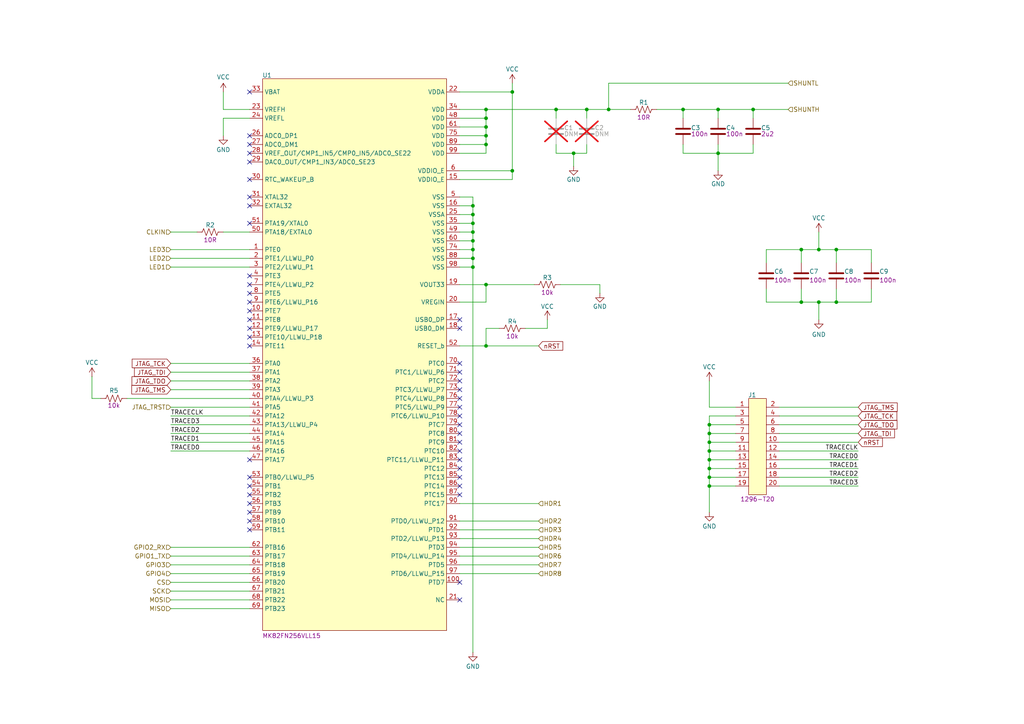
<source format=kicad_sch>
(kicad_sch (version 20231120) (generator "eeschema") (generator_version "8.0")
  (paper "A4")
  (lib_symbols
    (symbol "0603_Yageo_Res:RES_10R_0603" (pin_numbers hide)
      (property "Reference" "R" (at -20.32 5.08 0))
      (property "Display Value" "10R" (at 15.24 5.08 0))
      (symbol "RES_10R_0603_0_1"
        (polyline (pts (xy -2.286 0) (xy -2.54 0)))
        (polyline (pts (xy 2.286 0) (xy 2.54 0)))
        (polyline (pts (xy -2.286 0) (xy -1.905 1.016) (xy -1.524 0) (xy -1.143 -1.016) (xy -0.762 0)))
        (polyline (pts (xy -0.762 0) (xy -0.381 1.016) (xy 0 0) (xy 0.381 -1.016) (xy 0.762 0)))
        (polyline (pts (xy 0.762 0) (xy 1.143 1.016) (xy 1.524 0) (xy 1.905 -1.016) (xy 2.286 0)))
      )
      (symbol "RES_10R_0603_1_1"
        (pin passive line (at -3.81 0 0) (length 1.27) (name "~") (number "1"))
        (pin passive line (at 3.81 0 180) (length 1.27) (name "~") (number "2"))
      )
    )
    (symbol "0603_Yageo_Res:RES_10k_0603" (pin_numbers hide)
      (property "Reference" "R" (at -20.32 5.08 0))
      (property "Display Value" "10k" (at 15.24 5.08 0))
      (symbol "RES_10k_0603_0_1"
        (polyline (pts (xy -2.286 0) (xy -2.54 0)))
        (polyline (pts (xy 2.286 0) (xy 2.54 0)))
        (polyline (pts (xy -2.286 0) (xy -1.905 1.016) (xy -1.524 0) (xy -1.143 -1.016) (xy -0.762 0)))
        (polyline (pts (xy -0.762 0) (xy -0.381 1.016) (xy 0 0) (xy 0.381 -1.016) (xy 0.762 0)))
        (polyline (pts (xy 0.762 0) (xy 1.143 1.016) (xy 1.524 0) (xy 1.905 -1.016) (xy 2.286 0)))
      )
      (symbol "RES_10k_0603_1_1"
        (pin passive line (at -3.81 0 0) (length 1.27) (name "~") (number "1"))
        (pin passive line (at 3.81 0 180) (length 1.27) (name "~") (number "2"))
      )
    )
    (symbol "NAE_Connectors:VERT_HDR_2x10_1.27mm"
      (property "Reference" "J" (at -2.54 3.81 0))
      (property "Display Value" "1296-T20" (at 0 -26.67 0))
      (symbol "VERT_HDR_2x10_1.27mm_1_1"
        (rectangle (start -2.54 2.54) (end 2.54 -25.4) (fill (type background)))
        (pin unspecified line (at -6.35 0 0) (length 3.81) (name "") (number "1"))
        (pin unspecified line (at 6.35 -10.16 180) (length 3.81) (name "") (number "10"))
        (pin unspecified line (at -6.35 -12.7 0) (length 3.81) (name "") (number "11"))
        (pin unspecified line (at 6.35 -12.7 180) (length 3.81) (name "") (number "12"))
        (pin unspecified line (at -6.35 -15.24 0) (length 3.81) (name "") (number "13"))
        (pin unspecified line (at 6.35 -15.24 180) (length 3.81) (name "") (number "14"))
        (pin unspecified line (at -6.35 -17.78 0) (length 3.81) (name "") (number "15"))
        (pin unspecified line (at 6.35 -17.78 180) (length 3.81) (name "") (number "16"))
        (pin unspecified line (at -6.35 -20.32 0) (length 3.81) (name "") (number "17"))
        (pin unspecified line (at 6.35 -20.32 180) (length 3.81) (name "") (number "18"))
        (pin unspecified line (at -6.35 -22.86 0) (length 3.81) (name "") (number "19"))
        (pin unspecified line (at 6.35 0 180) (length 3.81) (name "") (number "2"))
        (pin unspecified line (at 6.35 -22.86 180) (length 3.81) (name "") (number "20"))
        (pin unspecified line (at -6.35 -2.54 0) (length 3.81) (name "") (number "3"))
        (pin unspecified line (at 6.35 -2.54 180) (length 3.81) (name "") (number "4"))
        (pin unspecified line (at -6.35 -5.08 0) (length 3.81) (name "") (number "5"))
        (pin unspecified line (at 6.35 -5.08 180) (length 3.81) (name "") (number "6"))
        (pin unspecified line (at -6.35 -7.62 0) (length 3.81) (name "") (number "7"))
        (pin unspecified line (at 6.35 -7.62 180) (length 3.81) (name "") (number "8"))
        (pin unspecified line (at -6.35 -10.16 0) (length 3.81) (name "") (number "9"))
      )
    )
    (symbol "NAE_Integrated_Circuits:MK82FN256VLL15"
      (property "Reference" "U" (at -25.4 5.08 0))
      (property "Display Value" "MK82FN256VLL15" (at -17.78 -158.75 0))
      (symbol "MK82FN256VLL15_1_1"
        (rectangle (start -26.67 3.81) (end 26.67 -156.21) (fill (type background)))
        (pin unspecified line (at -30.48 -45.72 0) (length 3.81) (name "PTE0") (number "1"))
        (pin unspecified line (at -30.48 -63.5 0) (length 3.81) (name "PTE7") (number "10"))
        (pin unspecified line (at 30.48 -142.24 180) (length 3.81) (name "PTD7") (number "100"))
        (pin unspecified line (at -30.48 -66.04 0) (length 3.81) (name "PTE8") (number "11"))
        (pin unspecified line (at -30.48 -68.58 0) (length 3.81) (name "PTE9/LLWU_P17") (number "12"))
        (pin unspecified line (at -30.48 -71.12 0) (length 3.81) (name "PTE10/LLWU_P18") (number "13"))
        (pin unspecified line (at -30.48 -73.66 0) (length 3.81) (name "PTE11") (number "14"))
        (pin unspecified line (at 30.48 -25.4 180) (length 3.81) (name "VDDIO_E") (number "15"))
        (pin unspecified line (at 30.48 -33.02 180) (length 3.81) (name "VSS") (number "16"))
        (pin unspecified line (at 30.48 -66.04 180) (length 3.81) (name "USB0_DP") (number "17"))
        (pin unspecified line (at 30.48 -68.58 180) (length 3.81) (name "USB0_DM") (number "18"))
        (pin unspecified line (at 30.48 -55.88 180) (length 3.81) (name "VOUT33") (number "19"))
        (pin unspecified line (at -30.48 -48.26 0) (length 3.81) (name "PTE1/LLWU_P0") (number "2"))
        (pin unspecified line (at 30.48 -60.96 180) (length 3.81) (name "VREGIN") (number "20"))
        (pin unspecified line (at 30.48 -147.32 180) (length 3.81) (name "NC") (number "21"))
        (pin unspecified line (at 30.48 0 180) (length 3.81) (name "VDDA") (number "22"))
        (pin unspecified line (at -30.48 -5.08 0) (length 3.81) (name "VREFH") (number "23"))
        (pin unspecified line (at -30.48 -7.62 0) (length 3.81) (name "VREFL") (number "24"))
        (pin unspecified line (at 30.48 -35.56 180) (length 3.81) (name "VSSA") (number "25"))
        (pin unspecified line (at -30.48 -12.7 0) (length 3.81) (name "ADC0_DP1") (number "26"))
        (pin unspecified line (at -30.48 -15.24 0) (length 3.81) (name "ADC0_DM1") (number "27"))
        (pin unspecified line (at -30.48 -17.78 0) (length 3.81) (name "VREF_OUT/CMP1_IN5/CMP0_IN5/ADC0_SE22") (number "28"))
        (pin unspecified line (at -30.48 -20.32 0) (length 3.81) (name "DAC0_OUT/CMP1_IN3/ADC0_SE23") (number "29"))
        (pin unspecified line (at -30.48 -50.8 0) (length 3.81) (name "PTE2/LLWU_P1") (number "3"))
        (pin unspecified line (at -30.48 -25.4 0) (length 3.81) (name "RTC_WAKEUP_B") (number "30"))
        (pin unspecified line (at -30.48 -30.48 0) (length 3.81) (name "XTAL32") (number "31"))
        (pin unspecified line (at -30.48 -33.02 0) (length 3.81) (name "EXTAL32") (number "32"))
        (pin unspecified line (at -30.48 0 0) (length 3.81) (name "VBAT") (number "33"))
        (pin unspecified line (at 30.48 -5.08 180) (length 3.81) (name "VDD") (number "34"))
        (pin unspecified line (at 30.48 -38.1 180) (length 3.81) (name "VSS") (number "35"))
        (pin unspecified line (at -30.48 -78.74 0) (length 3.81) (name "PTA0") (number "36"))
        (pin unspecified line (at -30.48 -81.28 0) (length 3.81) (name "PTA1") (number "37"))
        (pin unspecified line (at -30.48 -83.82 0) (length 3.81) (name "PTA2") (number "38"))
        (pin unspecified line (at -30.48 -86.36 0) (length 3.81) (name "PTA3") (number "39"))
        (pin unspecified line (at -30.48 -53.34 0) (length 3.81) (name "PTE3") (number "4"))
        (pin unspecified line (at -30.48 -88.9 0) (length 3.81) (name "PTA4/LLWU_P3") (number "40"))
        (pin unspecified line (at -30.48 -91.44 0) (length 3.81) (name "PTA5") (number "41"))
        (pin unspecified line (at -30.48 -93.98 0) (length 3.81) (name "PTA12") (number "42"))
        (pin unspecified line (at -30.48 -96.52 0) (length 3.81) (name "PTA13/LLWU_P4") (number "43"))
        (pin unspecified line (at -30.48 -99.06 0) (length 3.81) (name "PTA14") (number "44"))
        (pin unspecified line (at -30.48 -101.6 0) (length 3.81) (name "PTA15") (number "45"))
        (pin unspecified line (at -30.48 -104.14 0) (length 3.81) (name "PTA16") (number "46"))
        (pin unspecified line (at -30.48 -106.68 0) (length 3.81) (name "PTA17") (number "47"))
        (pin unspecified line (at 30.48 -7.62 180) (length 3.81) (name "VDD") (number "48"))
        (pin unspecified line (at 30.48 -40.64 180) (length 3.81) (name "VSS") (number "49"))
        (pin unspecified line (at 30.48 -30.48 180) (length 3.81) (name "VSS") (number "5"))
        (pin unspecified line (at -30.48 -40.64 0) (length 3.81) (name "PTA18/EXTAL0") (number "50"))
        (pin unspecified line (at -30.48 -38.1 0) (length 3.81) (name "PTA19/XTAL0") (number "51"))
        (pin unspecified line (at 30.48 -73.66 180) (length 3.81) (name "RESET_b") (number "52"))
        (pin unspecified line (at -30.48 -111.76 0) (length 3.81) (name "PTB0/LLWU_P5") (number "53"))
        (pin unspecified line (at -30.48 -114.3 0) (length 3.81) (name "PTB1") (number "54"))
        (pin unspecified line (at -30.48 -116.84 0) (length 3.81) (name "PTB2") (number "55"))
        (pin unspecified line (at -30.48 -119.38 0) (length 3.81) (name "PTB3") (number "56"))
        (pin unspecified line (at -30.48 -121.92 0) (length 3.81) (name "PTB9") (number "57"))
        (pin unspecified line (at -30.48 -124.46 0) (length 3.81) (name "PTB10") (number "58"))
        (pin unspecified line (at -30.48 -127 0) (length 3.81) (name "PTB11") (number "59"))
        (pin unspecified line (at 30.48 -22.86 180) (length 3.81) (name "VDDIO_E") (number "6"))
        (pin unspecified line (at 30.48 -43.18 180) (length 3.81) (name "VSS") (number "60"))
        (pin unspecified line (at 30.48 -10.16 180) (length 3.81) (name "VDD") (number "61"))
        (pin unspecified line (at -30.48 -132.08 0) (length 3.81) (name "PTB16") (number "62"))
        (pin unspecified line (at -30.48 -134.62 0) (length 3.81) (name "PTB17") (number "63"))
        (pin unspecified line (at -30.48 -137.16 0) (length 3.81) (name "PTB18") (number "64"))
        (pin unspecified line (at -30.48 -139.7 0) (length 3.81) (name "PTB19") (number "65"))
        (pin unspecified line (at -30.48 -142.24 0) (length 3.81) (name "PTB20") (number "66"))
        (pin unspecified line (at -30.48 -144.78 0) (length 3.81) (name "PTB21") (number "67"))
        (pin unspecified line (at -30.48 -147.32 0) (length 3.81) (name "PTB22") (number "68"))
        (pin unspecified line (at -30.48 -149.86 0) (length 3.81) (name "PTB23") (number "69"))
        (pin unspecified line (at -30.48 -55.88 0) (length 3.81) (name "PTE4/LLWU_P2") (number "7"))
        (pin unspecified line (at 30.48 -78.74 180) (length 3.81) (name "PTC0") (number "70"))
        (pin unspecified line (at 30.48 -81.28 180) (length 3.81) (name "PTC1/LLWU_P6") (number "71"))
        (pin unspecified line (at 30.48 -83.82 180) (length 3.81) (name "PTC2") (number "72"))
        (pin unspecified line (at 30.48 -86.36 180) (length 3.81) (name "PTC3/LLWU_P7") (number "73"))
        (pin unspecified line (at 30.48 -45.72 180) (length 3.81) (name "VSS") (number "74"))
        (pin unspecified line (at 30.48 -12.7 180) (length 3.81) (name "VDD") (number "75"))
        (pin unspecified line (at 30.48 -88.9 180) (length 3.81) (name "PTC4/LLWU_P8") (number "76"))
        (pin unspecified line (at 30.48 -91.44 180) (length 3.81) (name "PTC5/LLWU_P9") (number "77"))
        (pin unspecified line (at 30.48 -93.98 180) (length 3.81) (name "PTC6/LLWU_P10") (number "78"))
        (pin unspecified line (at 30.48 -96.52 180) (length 3.81) (name "PTC7") (number "79"))
        (pin unspecified line (at -30.48 -58.42 0) (length 3.81) (name "PTE5") (number "8"))
        (pin unspecified line (at 30.48 -99.06 180) (length 3.81) (name "PTC8") (number "80"))
        (pin unspecified line (at 30.48 -101.6 180) (length 3.81) (name "PTC9") (number "81"))
        (pin unspecified line (at 30.48 -104.14 180) (length 3.81) (name "PTC10") (number "82"))
        (pin unspecified line (at 30.48 -106.68 180) (length 3.81) (name "PTC11/LLWU_P11") (number "83"))
        (pin unspecified line (at 30.48 -109.22 180) (length 3.81) (name "PTC12") (number "84"))
        (pin unspecified line (at 30.48 -111.76 180) (length 3.81) (name "PTC13") (number "85"))
        (pin unspecified line (at 30.48 -114.3 180) (length 3.81) (name "PTC14") (number "86"))
        (pin unspecified line (at 30.48 -116.84 180) (length 3.81) (name "PTC15") (number "87"))
        (pin unspecified line (at 30.48 -48.26 180) (length 3.81) (name "VSS") (number "88"))
        (pin unspecified line (at 30.48 -15.24 180) (length 3.81) (name "VDD") (number "89"))
        (pin unspecified line (at -30.48 -60.96 0) (length 3.81) (name "PTE6/LLWU_P16") (number "9"))
        (pin unspecified line (at 30.48 -119.38 180) (length 3.81) (name "PTC17") (number "90"))
        (pin unspecified line (at 30.48 -124.46 180) (length 3.81) (name "PTD0/LLWU_P12") (number "91"))
        (pin unspecified line (at 30.48 -127 180) (length 3.81) (name "PTD1") (number "92"))
        (pin unspecified line (at 30.48 -129.54 180) (length 3.81) (name "PTD2/LLWU_P13") (number "93"))
        (pin unspecified line (at 30.48 -132.08 180) (length 3.81) (name "PTD3") (number "94"))
        (pin unspecified line (at 30.48 -134.62 180) (length 3.81) (name "PTD4/LLWU_P14") (number "95"))
        (pin unspecified line (at 30.48 -137.16 180) (length 3.81) (name "PTD5") (number "96"))
        (pin unspecified line (at 30.48 -139.7 180) (length 3.81) (name "PTD6/LLWU_P15") (number "97"))
        (pin unspecified line (at 30.48 -50.8 180) (length 3.81) (name "VSS") (number "98"))
        (pin unspecified line (at 30.48 -17.78 180) (length 3.81) (name "VDD") (number "99"))
      )
    )
    (symbol "nae_caps:CAP_100n_6.3V_0603" (pin_numbers hide)
      (property "Reference" "C" (at -20.32 5.08 0))
      (property "Display Value" "100n" (at 15.24 5.08 0))
      (symbol "CAP_100n_6.3V_0603_0_1"
        (polyline (pts (xy -0.762 -2.032) (xy -0.762 2.032)) (stroke (width 0.508)))
        (polyline (pts (xy 0.762 -2.032) (xy 0.762 2.032)) (stroke (width 0.508)))
      )
      (symbol "CAP_100n_6.3V_0603_1_1"
        (pin passive line (at -3.81 0 0) (length 2.794) (name "~") (number "1"))
        (pin passive line (at 3.81 0 180) (length 2.794) (name "~") (number "2"))
      )
    )
    (symbol "nae_caps:CAP_2u2_6.3V_0603" (pin_numbers hide)
      (property "Reference" "C" (at -20.32 5.08 0))
      (property "Display Value" "2u2" (at 15.24 5.08 0))
      (symbol "CAP_2u2_6.3V_0603_0_1"
        (polyline (pts (xy -0.762 -2.032) (xy -0.762 2.032)) (stroke (width 0.508)))
        (polyline (pts (xy 0.762 -2.032) (xy 0.762 2.032)) (stroke (width 0.508)))
      )
      (symbol "CAP_2u2_6.3V_0603_1_1"
        (pin passive line (at -3.81 0 0) (length 2.794) (name "~") (number "1"))
        (pin passive line (at 3.81 0 180) (length 2.794) (name "~") (number "2"))
      )
    )
    (symbol "nae_caps:CAP_DNM_0603" (pin_numbers hide)
      (property "Reference" "C" (at -20.32 5.08 0))
      (property "Display Value" "DNM" (at 15.24 5.08 0))
      (symbol "CAP_DNM_0603_0_1"
        (polyline (pts (xy -0.762 -2.032) (xy -0.762 2.032)) (stroke (width 0.508)))
        (polyline (pts (xy 0.762 -2.032) (xy 0.762 2.032)) (stroke (width 0.508)))
      )
      (symbol "CAP_DNM_0603_1_1"
        (pin passive line (at -3.81 0 0) (length 2.794) (name "~") (number "1"))
        (pin passive line (at 3.81 0 180) (length 2.794) (name "~") (number "2"))
      )
    )
    (symbol "power:GND" (power) (pin_numbers hide) (pin_names (offset 0) hide)
      (property "Value" "GND" (at 0 -3.81 0))
      (symbol "GND_0_1"
        (polyline (pts (xy 0 0) (xy 0 -1.27) (xy 1.27 -1.27) (xy 0 -2.54) (xy -1.27 -1.27) (xy 0 -1.27)))
      )
      (symbol "GND_1_1"
        (pin power_in line (at 0 0 270) (length 0) (name "~") (number "1"))
      )
    )
    (symbol "power:VCC" (power) (pin_numbers hide) (pin_names (offset 0) hide)
      (property "Value" "VCC" (at 0 3.556 0))
      (symbol "VCC_0_1"
        (polyline (pts (xy -0.762 1.27) (xy 0 2.54)))
        (polyline (pts (xy 0 0) (xy 0 2.54)))
        (polyline (pts (xy 0 2.54) (xy 0.762 1.27)))
      )
      (symbol "VCC_1_1"
        (pin power_in line (at 0 0 90) (length 0) (name "~") (number "1"))
      )
    )
  )
  (junction (at 237.49 87.63))
  (junction (at 137.16 69.85))
  (junction (at 170.18 31.75))
  (junction (at 176.53 31.75))
  (junction (at 148.59 49.53))
  (junction (at 140.97 34.29))
  (junction (at 242.57 72.39))
  (junction (at 205.74 128.27))
  (junction (at 205.74 130.81))
  (junction (at 242.57 87.63))
  (junction (at 166.37 44.45))
  (junction (at 205.74 133.35))
  (junction (at 198.12 31.75))
  (junction (at 137.16 72.39))
  (junction (at 232.41 87.63))
  (junction (at 140.97 31.75))
  (junction (at 148.59 26.67))
  (junction (at 205.74 123.19))
  (junction (at 137.16 77.47))
  (junction (at 161.29 31.75))
  (junction (at 237.49 72.39))
  (junction (at 205.74 135.89))
  (junction (at 140.97 82.55))
  (junction (at 205.74 140.97))
  (junction (at 208.28 31.75))
  (junction (at 205.74 125.73))
  (junction (at 140.97 100.33))
  (junction (at 218.44 31.75))
  (junction (at 205.74 138.43))
  (junction (at 140.97 36.83))
  (junction (at 232.41 72.39))
  (junction (at 137.16 64.77))
  (junction (at 208.28 44.45))
  (junction (at 137.16 74.93))
  (junction (at 137.16 62.23))
  (junction (at 140.97 39.37))
  (junction (at 137.16 67.31))
  (junction (at 137.16 59.69))
  (junction (at 140.97 41.91))
  (no_connect (at 133.35 110.49))
  (no_connect (at 72.39 151.13))
  (no_connect (at 72.39 26.67))
  (no_connect (at 133.35 107.95))
  (no_connect (at 133.35 120.65))
  (no_connect (at 133.35 133.35))
  (no_connect (at 133.35 138.43))
  (no_connect (at 72.39 140.97))
  (no_connect (at 72.39 87.63))
  (no_connect (at 133.35 125.73))
  (no_connect (at 133.35 135.89))
  (no_connect (at 133.35 173.99))
  (no_connect (at 133.35 130.81))
  (no_connect (at 72.39 64.77))
  (no_connect (at 72.39 153.67))
  (no_connect (at 133.35 115.57))
  (no_connect (at 72.39 52.07))
  (no_connect (at 72.39 59.69))
  (no_connect (at 72.39 143.51))
  (no_connect (at 72.39 133.35))
  (no_connect (at 72.39 82.55))
  (no_connect (at 72.39 90.17))
  (no_connect (at 72.39 80.01))
  (no_connect (at 133.35 123.19))
  (no_connect (at 72.39 100.33))
  (no_connect (at 133.35 168.91))
  (no_connect (at 72.39 95.25))
  (no_connect (at 72.39 92.71))
  (no_connect (at 133.35 92.71))
  (no_connect (at 72.39 57.15))
  (no_connect (at 133.35 128.27))
  (no_connect (at 72.39 44.45))
  (no_connect (at 72.39 41.91))
  (no_connect (at 72.39 85.09))
  (no_connect (at 72.39 146.05))
  (no_connect (at 72.39 46.99))
  (no_connect (at 133.35 95.25))
  (no_connect (at 133.35 113.03))
  (no_connect (at 72.39 97.79))
  (no_connect (at 72.39 39.37))
  (no_connect (at 133.35 118.11))
  (no_connect (at 72.39 148.59))
  (no_connect (at 72.39 138.43))
  (no_connect (at 133.35 143.51))
  (no_connect (at 133.35 105.41))
  (no_connect (at 133.35 140.97))
  (wire (pts (xy 166.37 44.45) (xy 166.37 48.26)))
  (wire (pts (xy 49.53 161.29) (xy 72.39 161.29)))
  (wire (pts (xy 166.37 44.45) (xy 170.18 44.45)))
  (wire (pts (xy 133.35 87.63) (xy 140.97 87.63)))
  (wire (pts (xy 252.73 72.39) (xy 252.73 76.2)))
  (wire (pts (xy 133.35 156.21) (xy 156.21 156.21)))
  (wire (pts (xy 137.16 77.47) (xy 137.16 189.23)))
  (wire (pts (xy 237.49 72.39) (xy 242.57 72.39)))
  (wire (pts (xy 49.53 72.39) (xy 72.39 72.39)))
  (wire (pts (xy 205.74 120.65) (xy 205.74 123.19)))
  (wire (pts (xy 205.74 110.49) (xy 205.74 118.11)))
  (wire (pts (xy 133.35 41.91) (xy 140.97 41.91)))
  (wire (pts (xy 205.74 133.35) (xy 205.74 135.89)))
  (wire (pts (xy 133.35 72.39) (xy 137.16 72.39)))
  (wire (pts (xy 205.74 128.27) (xy 205.74 130.81)))
  (wire (pts (xy 208.28 44.45) (xy 218.44 44.45)))
  (wire (pts (xy 205.74 140.97) (xy 213.36 140.97)))
  (wire (pts (xy 36.83 115.57) (xy 72.39 115.57)))
  (wire (pts (xy 161.29 44.45) (xy 166.37 44.45)))
  (wire (pts (xy 205.74 125.73) (xy 213.36 125.73)))
  (wire (pts (xy 232.41 72.39) (xy 232.41 76.2)))
  (wire (pts (xy 161.29 31.75) (xy 170.18 31.75)))
  (wire (pts (xy 133.35 31.75) (xy 140.97 31.75)))
  (wire (pts (xy 205.74 140.97) (xy 205.74 148.59)))
  (wire (pts (xy 176.53 24.13) (xy 228.6 24.13)))
  (wire (pts (xy 49.53 168.91) (xy 72.39 168.91)))
  (wire (pts (xy 133.35 77.47) (xy 137.16 77.47)))
  (wire (pts (xy 49.53 163.83) (xy 72.39 163.83)))
  (wire (pts (xy 49.53 171.45) (xy 72.39 171.45)))
  (wire (pts (xy 72.39 31.75) (xy 64.77 31.75)))
  (wire (pts (xy 64.77 67.31) (xy 72.39 67.31)))
  (wire (pts (xy 208.28 44.45) (xy 208.28 49.53)))
  (wire (pts (xy 176.53 31.75) (xy 176.53 24.13)))
  (wire (pts (xy 49.53 128.27) (xy 72.39 128.27)))
  (wire (pts (xy 49.53 74.93) (xy 72.39 74.93)))
  (wire (pts (xy 137.16 57.15) (xy 137.16 59.69)))
  (wire (pts (xy 218.44 44.45) (xy 218.44 41.91)))
  (wire (pts (xy 205.74 125.73) (xy 205.74 128.27)))
  (wire (pts (xy 140.97 34.29) (xy 140.97 36.83)))
  (wire (pts (xy 133.35 100.33) (xy 140.97 100.33)))
  (wire (pts (xy 198.12 41.91) (xy 198.12 44.45)))
  (wire (pts (xy 237.49 87.63) (xy 237.49 92.71)))
  (wire (pts (xy 161.29 41.91) (xy 161.29 44.45)))
  (wire (pts (xy 133.35 163.83) (xy 156.21 163.83)))
  (wire (pts (xy 176.53 31.75) (xy 182.88 31.75)))
  (wire (pts (xy 237.49 87.63) (xy 242.57 87.63)))
  (wire (pts (xy 133.35 64.77) (xy 137.16 64.77)))
  (wire (pts (xy 252.73 87.63) (xy 252.73 83.82)))
  (wire (pts (xy 49.53 105.41) (xy 72.39 105.41)))
  (wire (pts (xy 226.06 128.27) (xy 248.92 128.27)))
  (wire (pts (xy 140.97 31.75) (xy 140.97 34.29)))
  (wire (pts (xy 218.44 31.75) (xy 228.6 31.75)))
  (wire (pts (xy 208.28 31.75) (xy 218.44 31.75)))
  (wire (pts (xy 213.36 118.11) (xy 205.74 118.11)))
  (wire (pts (xy 49.53 166.37) (xy 72.39 166.37)))
  (wire (pts (xy 133.35 62.23) (xy 137.16 62.23)))
  (wire (pts (xy 232.41 83.82) (xy 232.41 87.63)))
  (wire (pts (xy 208.28 44.45) (xy 208.28 41.91)))
  (wire (pts (xy 190.5 31.75) (xy 198.12 31.75)))
  (wire (pts (xy 222.25 83.82) (xy 222.25 87.63)))
  (wire (pts (xy 140.97 41.91) (xy 140.97 44.45)))
  (wire (pts (xy 133.35 39.37) (xy 140.97 39.37)))
  (wire (pts (xy 218.44 31.75) (xy 218.44 34.29)))
  (wire (pts (xy 133.35 69.85) (xy 137.16 69.85)))
  (wire (pts (xy 133.35 44.45) (xy 140.97 44.45)))
  (wire (pts (xy 222.25 72.39) (xy 232.41 72.39)))
  (wire (pts (xy 170.18 31.75) (xy 170.18 34.29)))
  (wire (pts (xy 49.53 125.73) (xy 72.39 125.73)))
  (wire (pts (xy 133.35 153.67) (xy 156.21 153.67)))
  (wire (pts (xy 226.06 138.43) (xy 248.92 138.43)))
  (wire (pts (xy 140.97 31.75) (xy 161.29 31.75)))
  (wire (pts (xy 242.57 83.82) (xy 242.57 87.63)))
  (wire (pts (xy 205.74 130.81) (xy 205.74 133.35)))
  (wire (pts (xy 49.53 113.03) (xy 72.39 113.03)))
  (wire (pts (xy 49.53 120.65) (xy 72.39 120.65)))
  (wire (pts (xy 49.53 123.19) (xy 72.39 123.19)))
  (wire (pts (xy 205.74 130.81) (xy 213.36 130.81)))
  (wire (pts (xy 133.35 59.69) (xy 137.16 59.69)))
  (wire (pts (xy 49.53 176.53) (xy 72.39 176.53)))
  (wire (pts (xy 232.41 72.39) (xy 237.49 72.39)))
  (wire (pts (xy 170.18 44.45) (xy 170.18 41.91)))
  (wire (pts (xy 205.74 135.89) (xy 213.36 135.89)))
  (wire (pts (xy 140.97 39.37) (xy 140.97 41.91)))
  (wire (pts (xy 205.74 133.35) (xy 213.36 133.35)))
  (wire (pts (xy 133.35 52.07) (xy 148.59 52.07)))
  (wire (pts (xy 133.35 151.13) (xy 156.21 151.13)))
  (wire (pts (xy 205.74 123.19) (xy 205.74 125.73)))
  (wire (pts (xy 148.59 26.67) (xy 148.59 49.53)))
  (wire (pts (xy 133.35 57.15) (xy 137.16 57.15)))
  (wire (pts (xy 161.29 31.75) (xy 161.29 34.29)))
  (wire (pts (xy 158.75 92.71) (xy 158.75 95.25)))
  (wire (pts (xy 242.57 72.39) (xy 242.57 76.2)))
  (wire (pts (xy 140.97 82.55) (xy 154.94 82.55)))
  (wire (pts (xy 49.53 130.81) (xy 72.39 130.81)))
  (wire (pts (xy 205.74 135.89) (xy 205.74 138.43)))
  (wire (pts (xy 133.35 82.55) (xy 140.97 82.55)))
  (wire (pts (xy 222.25 87.63) (xy 232.41 87.63)))
  (wire (pts (xy 64.77 26.67) (xy 64.77 31.75)))
  (wire (pts (xy 226.06 118.11) (xy 248.92 118.11)))
  (wire (pts (xy 140.97 95.25) (xy 140.97 100.33)))
  (wire (pts (xy 137.16 64.77) (xy 137.16 67.31)))
  (wire (pts (xy 49.53 110.49) (xy 72.39 110.49)))
  (wire (pts (xy 49.53 67.31) (xy 57.15 67.31)))
  (wire (pts (xy 173.99 82.55) (xy 173.99 85.09)))
  (wire (pts (xy 133.35 146.05) (xy 156.21 146.05)))
  (wire (pts (xy 148.59 24.13) (xy 148.59 26.67)))
  (wire (pts (xy 26.67 109.22) (xy 26.67 115.57)))
  (wire (pts (xy 137.16 74.93) (xy 137.16 77.47)))
  (wire (pts (xy 26.67 115.57) (xy 29.21 115.57)))
  (wire (pts (xy 226.06 135.89) (xy 248.92 135.89)))
  (wire (pts (xy 226.06 120.65) (xy 248.92 120.65)))
  (wire (pts (xy 49.53 173.99) (xy 72.39 173.99)))
  (wire (pts (xy 205.74 138.43) (xy 205.74 140.97)))
  (wire (pts (xy 49.53 118.11) (xy 72.39 118.11)))
  (wire (pts (xy 198.12 31.75) (xy 208.28 31.75)))
  (wire (pts (xy 198.12 31.75) (xy 198.12 34.29)))
  (wire (pts (xy 213.36 123.19) (xy 205.74 123.19)))
  (wire (pts (xy 140.97 100.33) (xy 156.21 100.33)))
  (wire (pts (xy 226.06 125.73) (xy 248.92 125.73)))
  (wire (pts (xy 205.74 138.43) (xy 213.36 138.43)))
  (wire (pts (xy 137.16 69.85) (xy 137.16 72.39)))
  (wire (pts (xy 242.57 72.39) (xy 252.73 72.39)))
  (wire (pts (xy 237.49 67.31) (xy 237.49 72.39)))
  (wire (pts (xy 226.06 123.19) (xy 248.92 123.19)))
  (wire (pts (xy 133.35 49.53) (xy 148.59 49.53)))
  (wire (pts (xy 205.74 128.27) (xy 213.36 128.27)))
  (wire (pts (xy 222.25 76.2) (xy 222.25 72.39)))
  (wire (pts (xy 133.35 74.93) (xy 137.16 74.93)))
  (wire (pts (xy 162.56 82.55) (xy 173.99 82.55)))
  (wire (pts (xy 133.35 166.37) (xy 156.21 166.37)))
  (wire (pts (xy 133.35 26.67) (xy 148.59 26.67)))
  (wire (pts (xy 49.53 107.95) (xy 72.39 107.95)))
  (wire (pts (xy 148.59 49.53) (xy 148.59 52.07)))
  (wire (pts (xy 242.57 87.63) (xy 252.73 87.63)))
  (wire (pts (xy 137.16 62.23) (xy 137.16 64.77)))
  (wire (pts (xy 144.78 95.25) (xy 140.97 95.25)))
  (wire (pts (xy 49.53 158.75) (xy 72.39 158.75)))
  (wire (pts (xy 152.4 95.25) (xy 158.75 95.25)))
  (wire (pts (xy 232.41 87.63) (xy 237.49 87.63)))
  (wire (pts (xy 208.28 31.75) (xy 208.28 34.29)))
  (wire (pts (xy 133.35 158.75) (xy 156.21 158.75)))
  (wire (pts (xy 170.18 31.75) (xy 176.53 31.75)))
  (wire (pts (xy 137.16 59.69) (xy 137.16 62.23)))
  (wire (pts (xy 137.16 72.39) (xy 137.16 74.93)))
  (wire (pts (xy 226.06 130.81) (xy 248.92 130.81)))
  (wire (pts (xy 133.35 36.83) (xy 140.97 36.83)))
  (wire (pts (xy 72.39 34.29) (xy 64.77 34.29)))
  (wire (pts (xy 64.77 34.29) (xy 64.77 39.37)))
  (wire (pts (xy 140.97 87.63) (xy 140.97 82.55)))
  (wire (pts (xy 137.16 67.31) (xy 137.16 69.85)))
  (wire (pts (xy 133.35 67.31) (xy 137.16 67.31)))
  (wire (pts (xy 133.35 34.29) (xy 140.97 34.29)))
  (wire (pts (xy 226.06 140.97) (xy 248.92 140.97)))
  (wire (pts (xy 49.53 77.47) (xy 72.39 77.47)))
  (wire (pts (xy 205.74 120.65) (xy 213.36 120.65)))
  (wire (pts (xy 198.12 44.45) (xy 208.28 44.45)))
  (wire (pts (xy 226.06 133.35) (xy 248.92 133.35)))
  (wire (pts (xy 133.35 161.29) (xy 156.21 161.29)))
  (wire (pts (xy 140.97 36.83) (xy 140.97 39.37)))
  (label "TRACED2" (at 248.92 138.43 180))
  (label "TRACED0" (at 248.92 133.35 180))
  (label "TRACECLK" (at 49.53 120.65 0))
  (label "TRACED1" (at 49.53 128.27 0))
  (label "TRACED3" (at 49.53 123.19 0))
  (label "TRACED0" (at 49.53 130.81 0))
  (label "TRACED3" (at 248.92 140.97 180))
  (label "TRACED1" (at 248.92 135.89 180))
  (label "TRACED2" (at 49.53 125.73 0))
  (label "TRACECLK" (at 248.92 130.81 180))
  (global_label "JTAG_TMS" (shape input) (at 248.92 118.11 0) (property "Intersheetrefs" "${INTERSHEET_REFS}" (effects (hide yes))))
  (global_label "nRST" (shape input) (at 156.21 100.33 0) (property "Intersheetrefs" "${INTERSHEET_REFS}" (effects (hide yes))))
  (global_label "JTAG_TMS" (shape input) (at 49.53 113.03 180) (property "Intersheetrefs" "${INTERSHEET_REFS}" (effects (hide yes))))
  (global_label "JTAG_TCK" (shape input) (at 248.92 120.65 0) (property "Intersheetrefs" "${INTERSHEET_REFS}" (effects (hide yes))))
  (global_label "JTAG_TDO" (shape input) (at 248.92 123.19 0) (property "Intersheetrefs" "${INTERSHEET_REFS}" (effects (hide yes))))
  (global_label "JTAG_TCK" (shape input) (at 49.53 105.41 180) (property "Intersheetrefs" "${INTERSHEET_REFS}" (effects (hide yes))))
  (global_label "nRST" (shape input) (at 248.92 128.27 0) (property "Intersheetrefs" "${INTERSHEET_REFS}" (effects (hide yes))))
  (global_label "JTAG_TDI" (shape input) (at 49.53 107.95 180) (property "Intersheetrefs" "${INTERSHEET_REFS}" (effects (hide yes))))
  (global_label "JTAG_TDI" (shape input) (at 248.92 125.73 0) (property "Intersheetrefs" "${INTERSHEET_REFS}" (effects (hide yes))))
  (global_label "JTAG_TDO" (shape input) (at 49.53 110.49 180) (property "Intersheetrefs" "${INTERSHEET_REFS}" (effects (hide yes))))
  (hierarchical_label "HDR6" (shape input) (at 156.21 161.29 0))
  (hierarchical_label "GPIO1_TX" (shape input) (at 49.53 161.29 180))
  (hierarchical_label "HDR1" (shape input) (at 156.21 146.05 0))
  (hierarchical_label "GPIO4" (shape input) (at 49.53 166.37 180))
  (hierarchical_label "CS" (shape input) (at 49.53 168.91 180))
  (hierarchical_label "HDR2" (shape input) (at 156.21 151.13 0))
  (hierarchical_label "SCK" (shape input) (at 49.53 171.45 180))
  (hierarchical_label "LED3" (shape input) (at 49.53 72.39 180))
  (hierarchical_label "HDR5" (shape input) (at 156.21 158.75 0))
  (hierarchical_label "LED1" (shape input) (at 49.53 77.47 180))
  (hierarchical_label "SHUNTH" (shape input) (at 228.6 31.75 0))
  (hierarchical_label "CLKIN" (shape input) (at 49.53 67.31 180))
  (hierarchical_label "MOSI" (shape input) (at 49.53 173.99 180))
  (hierarchical_label "JTAG_TRST" (shape input) (at 49.53 118.11 180))
  (hierarchical_label "MISO" (shape input) (at 49.53 176.53 180))
  (hierarchical_label "GPIO2_RX" (shape input) (at 49.53 158.75 180))
  (hierarchical_label "HDR8" (shape input) (at 156.21 166.37 0))
  (hierarchical_label "HDR4" (shape input) (at 156.21 156.21 0))
  (hierarchical_label "LED2" (shape input) (at 49.53 74.93 180))
  (hierarchical_label "SHUNTL" (shape input) (at 228.6 24.13 0))
  (hierarchical_label "HDR3" (shape input) (at 156.21 153.67 0))
  (hierarchical_label "GPIO3" (shape input) (at 49.53 163.83 180))
  (hierarchical_label "HDR7" (shape input) (at 156.21 163.83 0))
  (symbol (lib_id "NAE_Connectors:VERT_HDR_2x10_1.27mm") (at 219.71 118.11 0) (unit 1)
    (property "Reference" "J1" (at 218.186 114.554 0))
    (property "Value" "20_pin" (effects (hide yes)))
    (property "Footprint" "Connector_PinHeader_1.27mm:PinHeader_2x10_P1.27mm_Vertical_SMD" (effects (hide yes)))
    (property "Datasheet" "https://cdn.amphenol-cs.com/media/wysiwyg/files/documentation/datasheet/boardwiretoboard/bwb_minitek127_btb.pdf" (effects (hide yes)))
    (property "Description" "CONN HEADER SMD 20POS 1.27MM" (effects (hide yes)))
    (property "Display Value" "1296-T20" (at 219.71 144.78 0))
    (property "Manufacturer" "Amphenol ICC (FCI)" (effects (hide yes)))
    (property "Manufacturer Part Number" "20021121-00020T4LF" (effects (hide yes)))
    (property "Supplier 1" "DigiKey" (effects (hide yes)))
    (property "Supplier 1 Part Number" "20021121-00020T4LF-ND" (effects (hide yes)))
  )
  (symbol (lib_id "nae_caps:CAP_100n_6.3V_0603") (at 252.73 80.01 90) (unit 1)
    (property "Reference" "C9" (at 255.016 78.74 90) (effects (justify right)))
    (property "Value" "CAP_100n_6.3V_0603" (effects (hide yes)))
    (property "Footprint" "Capacitor_SMD:C_0603_1608Metric" (effects (hide yes)))
    (property "Datasheet" "https://www.yageo.com/upload/media/product/productsearch/datasheet/mlcc/UPY-GPHC_X7R_6.3V-to-250V_24.pdf" (effects (hide yes)))
    (property "Description" "CAP CER 0.1UF 6.3V X7R 0603" (effects (hide yes)))
    (property "Display Value" "100n" (at 255.016 81.28 90) (effects (justify right)))
    (property "Manufacturer" "YAGEO" (effects (hide yes)))
    (property "Manufacturer Part Number" "CC0603KRX7R5BB104" (effects (hide yes)))
    (property "Supplier 1" "DigiKey" (effects (hide yes)))
    (property "Supplier 1 Part Number" "13-CC0603KRX7R5BB104CT-ND" (effects (hide yes)))
    (property "Supplier 2" "no_data" (effects (hide yes)))
    (property "Supplier 2 Part Number" "no_data" (effects (hide yes)))
  )
  (symbol (lib_id "nae_caps:CAP_2u2_6.3V_0603") (at 218.44 38.1 90) (unit 1)
    (property "Reference" "C5" (at 220.726 37.084 90) (effects (justify right)))
    (property "Value" "CAP_2u2_6.3V_0603" (effects (hide yes)))
    (property "Footprint" "Capacitor_SMD:C_0603_1608Metric" (effects (hide yes)))
    (property "Datasheet" "https://www.yageo.com/upload/media/product/productsearch/datasheet/mlcc/UPY-GPHC_X7R_6.3V-to-250V_24.pdf" (effects (hide yes)))
    (property "Description" "CAP CER 2.2UF 6.3V X7R 0603" (effects (hide yes)))
    (property "Display Value" "2u2" (at 220.726 38.862 90) (effects (justify right)))
    (property "Manufacturer" "YAGEO" (effects (hide yes)))
    (property "Manufacturer Part Number" "CC0603KRX7R5BB225" (effects (hide yes)))
    (property "Supplier 1" "DigiKey" (effects (hide yes)))
    (property "Supplier 1 Part Number" "311-1795-1-ND" (effects (hide yes)))
    (property "Supplier 2" "no_data" (effects (hide yes)))
    (property "Supplier 2 Part Number" "no_data" (effects (hide yes)))
  )
  (symbol (lib_id "NAE_Integrated_Circuits:MK82FN256VLL15") (at 102.87 26.67 0) (unit 1)
    (property "Reference" "U1" (at 77.47 21.844 0))
    (property "Value" "MK82FN256VLL15" (effects (hide yes)))
    (property "Footprint" "Package_QFP:LQFP-100_14x14mm_P0.5mm" (effects (hide yes)))
    (property "Datasheet" "https://www.nxp.com/docs/en/data-sheet/K82P121M150SF5.pdf" (effects (hide yes)))
    (property "Description" "IC MCU 32BIT 256KB FLASH 100LQFP" (effects (hide yes)))
    (property "Display Value" "MK82FN256VLL15" (at 84.582 184.404 0))
    (property "Manufacturer" "NXP USA Inc." (effects (hide yes)))
    (property "Manufacturer Part Number" "MK82FN256VLL15" (effects (hide yes)))
    (property "Supplier 1" "DigiKey" (effects (hide yes)))
    (property "Supplier 1 Part Number" "MK82FN256VLL15-ND" (effects (hide yes)))
  )
  (symbol (lib_id "nae_caps:CAP_DNM_0603") (at 170.18 38.1 90) (unit 1) (dnp yes)
    (property "Reference" "C2" (at 172.466 37.084 90) (effects (justify right)))
    (property "Value" "DNM_CAP_0603" (effects (hide yes)))
    (property "Footprint" "Capacitor_SMD:C_0603_1608Metric" (effects (hide yes)))
    (property "Datasheet" "https://content.kemet.com/datasheets/KEM_C1006_X5R_SMD.pdf" (effects (hide yes)))
    (property "Description" "Non mounted 0603_1608 ceramic capacitor" (effects (hide yes)))
    (property "Display Value" "DNM" (at 172.466 38.8619 90) (effects (justify right)))
    (property "Manufacturer" "KEMET" (effects (hide yes)))
    (property "Manufacturer Part Number" "C0603C225K4PAC7867" (effects (hide yes)))
    (property "Supplier 1" "DigiKey" (effects (hide yes)))
    (property "Supplier 1 Part Number" "399-C0603C225K4PAC7867CT-ND" (effects (hide yes)))
  )
  (symbol (lib_id "nae_caps:CAP_100n_6.3V_0603") (at 222.25 80.01 90) (unit 1)
    (property "Reference" "C6" (at 224.536 78.74 90) (effects (justify right)))
    (property "Value" "CAP_100n_6.3V_0603" (effects (hide yes)))
    (property "Footprint" "Capacitor_SMD:C_0603_1608Metric" (effects (hide yes)))
    (property "Datasheet" "https://www.yageo.com/upload/media/product/productsearch/datasheet/mlcc/UPY-GPHC_X7R_6.3V-to-250V_24.pdf" (effects (hide yes)))
    (property "Description" "CAP CER 0.1UF 6.3V X7R 0603" (effects (hide yes)))
    (property "Display Value" "100n" (at 224.536 81.28 90) (effects (justify right)))
    (property "Manufacturer" "YAGEO" (effects (hide yes)))
    (property "Manufacturer Part Number" "CC0603KRX7R5BB104" (effects (hide yes)))
    (property "Supplier 1" "DigiKey" (effects (hide yes)))
    (property "Supplier 1 Part Number" "13-CC0603KRX7R5BB104CT-ND" (effects (hide yes)))
    (property "Supplier 2" "no_data" (effects (hide yes)))
    (property "Supplier 2 Part Number" "no_data" (effects (hide yes)))
  )
  (symbol (lib_id "nae_caps:CAP_100n_6.3V_0603") (at 198.12 38.1 90) (unit 1)
    (property "Reference" "C3" (at 200.406 37.084 90) (effects (justify right)))
    (property "Value" "CAP_100n_6.3V_0603" (effects (hide yes)))
    (property "Footprint" "Capacitor_SMD:C_0603_1608Metric" (effects (hide yes)))
    (property "Datasheet" "https://www.yageo.com/upload/media/product/productsearch/datasheet/mlcc/UPY-GPHC_X7R_6.3V-to-250V_24.pdf" (effects (hide yes)))
    (property "Description" "CAP CER 0.1UF 6.3V X7R 0603" (effects (hide yes)))
    (property "Display Value" "100n" (at 200.406 38.862 90) (effects (justify right)))
    (property "Manufacturer" "YAGEO" (effects (hide yes)))
    (property "Manufacturer Part Number" "CC0603KRX7R5BB104" (effects (hide yes)))
    (property "Supplier 1" "DigiKey" (effects (hide yes)))
    (property "Supplier 1 Part Number" "13-CC0603KRX7R5BB104CT-ND" (effects (hide yes)))
    (property "Supplier 2" "no_data" (effects (hide yes)))
    (property "Supplier 2 Part Number" "no_data" (effects (hide yes)))
  )
  (symbol (lib_id "power:GND") (at 237.49 92.71 0) (unit 1)
    (property "Reference" "#PWR017" (effects (hide yes)))
    (property "Value" "GND" (at 237.49 97.028 0))
    (property "Description" "Power symbol creates a global label with name \"GND\" , ground" (effects (hide yes)))
  )
  (symbol (lib_id "0603_Yageo_Res:RES_10k_0603") (at 33.02 115.57 0) (unit 1)
    (property "Reference" "R5" (at 33.02 113.284 0))
    (property "Value" "RES_10k_0603" (effects (hide yes)))
    (property "Footprint" "Resistor_SMD:R_0603_1608Metric" (effects (hide yes)))
    (property "Datasheet" "https://www.yageo.com/upload/media/product/products/datasheet/rchip/PYu-RC_Group_51_RoHS_L_12.pdf" (effects (hide yes)))
    (property "Description" "RES 10K OHM 1% 1/10W 0603" (effects (hide yes)))
    (property "Display Value" "10k" (at 33.02 117.602 0))
    (property "Manufacturer" "YAGEO" (effects (hide yes)))
    (property "Manufacturer Part Number" "RC0603FR-0710KL" (effects (hide yes)))
    (property "Supplier 1" "DigiKey" (effects (hide yes)))
    (property "Supplier 1 Part Number" "311-10.0KHRCT-ND" (effects (hide yes)))
    (property "Supplier 2" "no_data" (effects (hide yes)))
    (property "Supplier 2 Part Number" "no_data" (effects (hide yes)))
  )
  (symbol (lib_id "0603_Yageo_Res:RES_10k_0603") (at 158.75 82.55 0) (unit 1)
    (property "Reference" "R3" (at 158.75 80.518 0))
    (property "Value" "RES_10k_0603" (effects (hide yes)))
    (property "Footprint" "Resistor_SMD:R_0603_1608Metric" (effects (hide yes)))
    (property "Datasheet" "https://www.yageo.com/upload/media/product/products/datasheet/rchip/PYu-RC_Group_51_RoHS_L_12.pdf" (effects (hide yes)))
    (property "Description" "RES 10K OHM 1% 1/10W 0603" (effects (hide yes)))
    (property "Display Value" "10k" (at 158.75 84.836 0))
    (property "Manufacturer" "YAGEO" (effects (hide yes)))
    (property "Manufacturer Part Number" "RC0603FR-0710KL" (effects (hide yes)))
    (property "Supplier 1" "DigiKey" (effects (hide yes)))
    (property "Supplier 1 Part Number" "311-10.0KHRCT-ND" (effects (hide yes)))
    (property "Supplier 2" "no_data" (effects (hide yes)))
    (property "Supplier 2 Part Number" "no_data" (effects (hide yes)))
  )
  (symbol (lib_id "power:GND") (at 64.77 39.37 0) (unit 1)
    (property "Reference" "#PWR08" (effects (hide yes)))
    (property "Value" "GND" (at 64.77 43.434 0))
    (property "Description" "Power symbol creates a global label with name \"GND\" , ground" (effects (hide yes)))
  )
  (symbol (lib_id "power:GND") (at 166.37 48.26 0) (unit 1)
    (property "Reference" "#PWR015" (effects (hide yes)))
    (property "Value" "GND" (at 166.37 52.07 0))
    (property "Description" "Power symbol creates a global label with name \"GND\" , ground" (effects (hide yes)))
  )
  (symbol (lib_id "0603_Yageo_Res:RES_10R_0603") (at 60.96 67.31 0) (unit 1)
    (property "Reference" "R2" (at 60.96 65.278 0))
    (property "Value" "RES_10R_0603" (effects (hide yes)))
    (property "Footprint" "Resistor_SMD:R_0603_1608Metric" (effects (hide yes)))
    (property "Datasheet" "https://www.yageo.com/upload/media/product/products/datasheet/rchip/PYu-RC_Group_51_RoHS_L_12.pdf" (effects (hide yes)))
    (property "Description" "RES 10 OHM 1% 1/10W 0603" (effects (hide yes)))
    (property "Display Value" "10R" (at 60.96 69.596 0))
    (property "Manufacturer" "YAGEO" (effects (hide yes)))
    (property "Manufacturer Part Number" "RC0603FR-0710RL" (effects (hide yes)))
    (property "Supplier 1" "DigiKey" (effects (hide yes)))
    (property "Supplier 1 Part Number" "311-10.0HRCT-ND" (effects (hide yes)))
    (property "Supplier 2" "no_data" (effects (hide yes)))
    (property "Supplier 2 Part Number" "no_data" (effects (hide yes)))
  )
  (symbol (lib_id "power:GND") (at 208.28 49.53 0) (unit 1)
    (property "Reference" "#PWR016" (effects (hide yes)))
    (property "Value" "GND" (at 208.28 53.34 0))
    (property "Description" "Power symbol creates a global label with name \"GND\" , ground" (effects (hide yes)))
  )
  (symbol (lib_id "0603_Yageo_Res:RES_10k_0603") (at 148.59 95.25 0) (unit 1)
    (property "Reference" "R4" (at 148.59 93.218 0))
    (property "Value" "RES_10k_0603" (effects (hide yes)))
    (property "Footprint" "Resistor_SMD:R_0603_1608Metric" (effects (hide yes)))
    (property "Datasheet" "https://www.yageo.com/upload/media/product/products/datasheet/rchip/PYu-RC_Group_51_RoHS_L_12.pdf" (effects (hide yes)))
    (property "Description" "RES 10K OHM 1% 1/10W 0603" (effects (hide yes)))
    (property "Display Value" "10k" (at 148.59 97.536 0))
    (property "Manufacturer" "YAGEO" (effects (hide yes)))
    (property "Manufacturer Part Number" "RC0603FR-0710KL" (effects (hide yes)))
    (property "Supplier 1" "DigiKey" (effects (hide yes)))
    (property "Supplier 1 Part Number" "311-10.0KHRCT-ND" (effects (hide yes)))
    (property "Supplier 2" "no_data" (effects (hide yes)))
    (property "Supplier 2 Part Number" "no_data" (effects (hide yes)))
  )
  (symbol (lib_id "power:VCC") (at 237.49 67.31 0) (unit 1)
    (property "Reference" "#PWR018" (effects (hide yes)))
    (property "Value" "VCC" (at 237.49 63.246 0))
    (property "Description" "Power symbol creates a global label with name \"VCC\"" (effects (hide yes)))
  )
  (symbol (lib_id "power:VCC") (at 64.77 26.67 0) (unit 1)
    (property "Reference" "#PWR09" (effects (hide yes)))
    (property "Value" "VCC" (at 64.77 22.352 0))
    (property "Description" "Power symbol creates a global label with name \"VCC\"" (effects (hide yes)))
  )
  (symbol (lib_id "power:VCC") (at 148.59 24.13 0) (unit 1)
    (property "Reference" "#PWR014" (effects (hide yes)))
    (property "Value" "VCC" (at 148.59 20.066 0))
    (property "Description" "Power symbol creates a global label with name \"VCC\"" (effects (hide yes)))
  )
  (symbol (lib_id "nae_caps:CAP_100n_6.3V_0603") (at 208.28 38.1 90) (unit 1)
    (property "Reference" "C4" (at 210.566 37.084 90) (effects (justify right)))
    (property "Value" "CAP_100n_6.3V_0603" (effects (hide yes)))
    (property "Footprint" "Capacitor_SMD:C_0603_1608Metric" (effects (hide yes)))
    (property "Datasheet" "https://www.yageo.com/upload/media/product/productsearch/datasheet/mlcc/UPY-GPHC_X7R_6.3V-to-250V_24.pdf" (effects (hide yes)))
    (property "Description" "CAP CER 0.1UF 6.3V X7R 0603" (effects (hide yes)))
    (property "Display Value" "100n" (at 210.566 38.862 90) (effects (justify right)))
    (property "Manufacturer" "YAGEO" (effects (hide yes)))
    (property "Manufacturer Part Number" "CC0603KRX7R5BB104" (effects (hide yes)))
    (property "Supplier 1" "DigiKey" (effects (hide yes)))
    (property "Supplier 1 Part Number" "13-CC0603KRX7R5BB104CT-ND" (effects (hide yes)))
    (property "Supplier 2" "no_data" (effects (hide yes)))
    (property "Supplier 2 Part Number" "no_data" (effects (hide yes)))
  )
  (symbol (lib_id "power:VCC") (at 205.74 110.49 0) (unit 1)
    (property "Reference" "#PWR06" (effects (hide yes)))
    (property "Value" "VCC" (at 205.74 106.426 0))
    (property "Description" "Power symbol creates a global label with name \"VCC\"" (effects (hide yes)))
  )
  (symbol (lib_id "nae_caps:CAP_100n_6.3V_0603") (at 242.57 80.01 90) (unit 1)
    (property "Reference" "C8" (at 244.856 78.74 90) (effects (justify right)))
    (property "Value" "CAP_100n_6.3V_0603" (effects (hide yes)))
    (property "Footprint" "Capacitor_SMD:C_0603_1608Metric" (effects (hide yes)))
    (property "Datasheet" "https://www.yageo.com/upload/media/product/productsearch/datasheet/mlcc/UPY-GPHC_X7R_6.3V-to-250V_24.pdf" (effects (hide yes)))
    (property "Description" "CAP CER 0.1UF 6.3V X7R 0603" (effects (hide yes)))
    (property "Display Value" "100n" (at 244.856 81.28 90) (effects (justify right)))
    (property "Manufacturer" "YAGEO" (effects (hide yes)))
    (property "Manufacturer Part Number" "CC0603KRX7R5BB104" (effects (hide yes)))
    (property "Supplier 1" "DigiKey" (effects (hide yes)))
    (property "Supplier 1 Part Number" "13-CC0603KRX7R5BB104CT-ND" (effects (hide yes)))
    (property "Supplier 2" "no_data" (effects (hide yes)))
    (property "Supplier 2 Part Number" "no_data" (effects (hide yes)))
  )
  (symbol (lib_id "power:GND") (at 173.99 85.09 0) (unit 1)
    (property "Reference" "#PWR012" (effects (hide yes)))
    (property "Value" "GND" (at 173.99 88.9 0))
    (property "Description" "Power symbol creates a global label with name \"GND\" , ground" (effects (hide yes)))
  )
  (symbol (lib_id "power:VCC") (at 26.67 109.22 0) (unit 1)
    (property "Reference" "#PWR010" (effects (hide yes)))
    (property "Value" "VCC" (at 26.67 105.156 0))
    (property "Description" "Power symbol creates a global label with name \"VCC\"" (effects (hide yes)))
  )
  (symbol (lib_id "power:GND") (at 137.16 189.23 0) (unit 1)
    (property "Reference" "#PWR05" (effects (hide yes)))
    (property "Value" "GND" (at 137.16 193.294 0))
    (property "Description" "Power symbol creates a global label with name \"GND\" , ground" (effects (hide yes)))
  )
  (symbol (lib_id "nae_caps:CAP_DNM_0603") (at 161.29 38.1 90) (unit 1) (dnp yes)
    (property "Reference" "C1" (at 163.576 37.084 90) (effects (justify right)))
    (property "Value" "DNM_CAP_0603" (effects (hide yes)))
    (property "Footprint" "Capacitor_SMD:C_0603_1608Metric" (effects (hide yes)))
    (property "Datasheet" "https://content.kemet.com/datasheets/KEM_C1006_X5R_SMD.pdf" (effects (hide yes)))
    (property "Description" "Non mounted 0603_1608 ceramic capacitor" (effects (hide yes)))
    (property "Display Value" "DNM" (at 163.576 38.8619 90) (effects (justify right)))
    (property "Manufacturer" "KEMET" (effects (hide yes)))
    (property "Manufacturer Part Number" "C0603C225K4PAC7867" (effects (hide yes)))
    (property "Supplier 1" "DigiKey" (effects (hide yes)))
    (property "Supplier 1 Part Number" "399-C0603C225K4PAC7867CT-ND" (effects (hide yes)))
  )
  (symbol (lib_id "nae_caps:CAP_100n_6.3V_0603") (at 232.41 80.01 90) (unit 1)
    (property "Reference" "C7" (at 234.696 78.74 90) (effects (justify right)))
    (property "Value" "CAP_100n_6.3V_0603" (effects (hide yes)))
    (property "Footprint" "Capacitor_SMD:C_0603_1608Metric" (effects (hide yes)))
    (property "Datasheet" "https://www.yageo.com/upload/media/product/productsearch/datasheet/mlcc/UPY-GPHC_X7R_6.3V-to-250V_24.pdf" (effects (hide yes)))
    (property "Description" "CAP CER 0.1UF 6.3V X7R 0603" (effects (hide yes)))
    (property "Display Value" "100n" (at 234.696 81.28 90) (effects (justify right)))
    (property "Manufacturer" "YAGEO" (effects (hide yes)))
    (property "Manufacturer Part Number" "CC0603KRX7R5BB104" (effects (hide yes)))
    (property "Supplier 1" "DigiKey" (effects (hide yes)))
    (property "Supplier 1 Part Number" "13-CC0603KRX7R5BB104CT-ND" (effects (hide yes)))
    (property "Supplier 2" "no_data" (effects (hide yes)))
    (property "Supplier 2 Part Number" "no_data" (effects (hide yes)))
  )
  (symbol (lib_id "power:GND") (at 205.74 148.59 0) (unit 1)
    (property "Reference" "#PWR07" (effects (hide yes)))
    (property "Value" "GND" (at 205.74 152.654 0))
    (property "Description" "Power symbol creates a global label with name \"GND\" , ground" (effects (hide yes)))
  )
  (symbol (lib_id "0603_Yageo_Res:RES_10R_0603") (at 186.69 31.75 0) (unit 1)
    (property "Reference" "R1" (at 186.69 29.718 0))
    (property "Value" "RES_10R_0603" (effects (hide yes)))
    (property "Footprint" "Resistor_SMD:R_0603_1608Metric" (effects (hide yes)))
    (property "Datasheet" "https://www.yageo.com/upload/media/product/products/datasheet/rchip/PYu-RC_Group_51_RoHS_L_12.pdf" (effects (hide yes)))
    (property "Description" "RES 10 OHM 1% 1/10W 0603" (effects (hide yes)))
    (property "Display Value" "10R" (at 186.69 34.036 0))
    (property "Manufacturer" "YAGEO" (effects (hide yes)))
    (property "Manufacturer Part Number" "RC0603FR-0710RL" (effects (hide yes)))
    (property "Supplier 1" "DigiKey" (effects (hide yes)))
    (property "Supplier 1 Part Number" "311-10.0HRCT-ND" (effects (hide yes)))
    (property "Supplier 2" "no_data" (effects (hide yes)))
    (property "Supplier 2 Part Number" "no_data" (effects (hide yes)))
  )
  (symbol (lib_id "power:VCC") (at 158.75 92.71 0) (unit 1)
    (property "Reference" "#PWR011" (effects (hide yes)))
    (property "Value" "VCC" (at 158.75 88.9 0))
    (property "Description" "Power symbol creates a global label with name \"VCC\"" (effects (hide yes)))
  )
)
</source>
